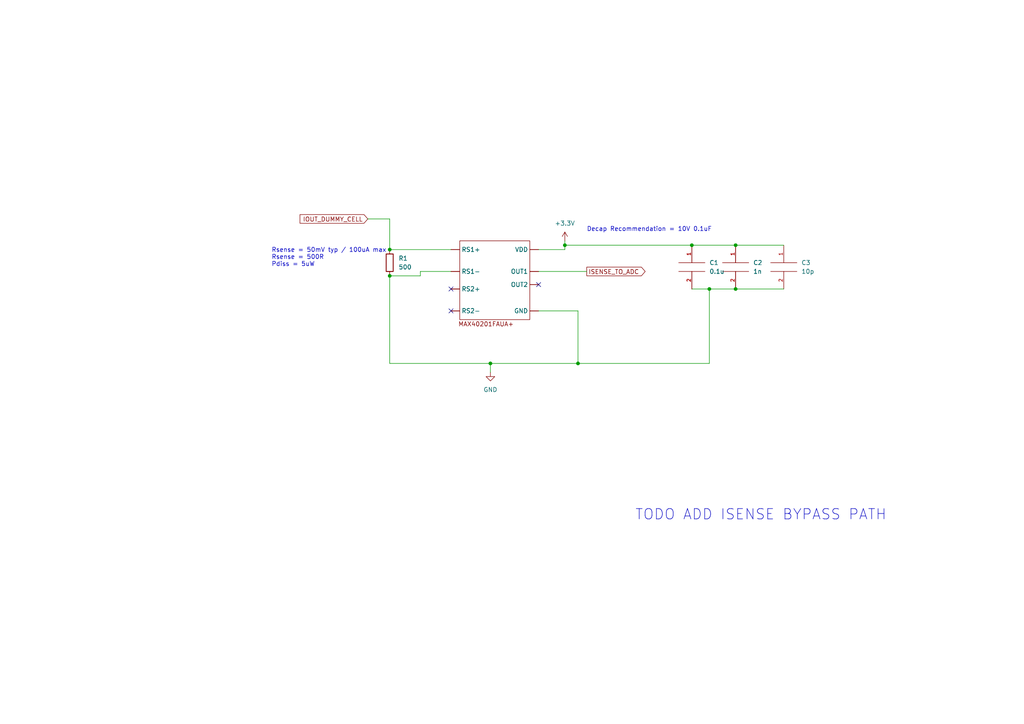
<source format=kicad_sch>
(kicad_sch (version 20211123) (generator eeschema)
  (paper "A4")
  (lib_symbols
    (symbol "Device:R" (pin_numbers hide) (pin_names (offset 0))
      (property "Reference" "R" (at 2.032 0 90))
      (property "Value" "R" (at 0 0 90))
      (symbol "R_0_1"
        (rectangle (start -1.016 -2.54) (end 1.016 2.54) (stroke (width 0.254)))
      )
      (symbol "R_1_1"
        (pin passive line (at 0 3.81 270) (length 1.27) (name "~") (number "1"))
        (pin passive line (at 0 -3.81 90) (length 1.27) (name "~") (number "2"))
      )
    )
    (symbol "ISense:MAX40201FAUA"
      (property "Reference" "U1" (at -610.235 4720.59 0))
      (property "Value" "MAX40201FAUA" (at -610.235 4718.05 0))
      (symbol "MAX40201FAUA_0_0"
        (text "MAX40201FAUA+" (at -7.62 0 0) (effects (font (size 1.27 1.27))))
      )
      (symbol "MAX40201FAUA_0_1"
        (rectangle (start -15.24 24.13) (end 5.08 1.27))
      )
      (symbol "MAX40201FAUA_1_1"
        (pin power_in line (at 7.62 3.81 180) (length 2.54) (name "GND") (number ""))
        (pin output line (at 7.62 15.24 180) (length 2.54) (name "OUT1") (number ""))
        (pin output line (at 7.62 11.43 180) (length 2.54) (name "OUT2") (number ""))
        (pin input line (at -1228.09 4716.78 0) (length 2.54) (name "RS+") (number ""))
        (pin input line (at -17.78 21.59 0) (length 2.54) (name "RS1+") (number ""))
        (pin input line (at -17.78 15.24 0) (length 2.54) (name "RS1-") (number ""))
        (pin input line (at -17.78 10.16 0) (length 2.54) (name "RS2+") (number ""))
        (pin input line (at -17.78 3.81 0) (length 2.54) (name "RS2-") (number ""))
        (pin power_in line (at 7.62 21.59 180) (length 2.54) (name "VDD") (number ""))
      )
    )
    (symbol "power:+3.3V" (power) (pin_names (offset 0))
      (property "Value" "+3.3V" (at 0 3.556 0))
      (symbol "+3.3V_0_1"
        (polyline (pts (xy -0.762 1.27) (xy 0 2.54)))
        (polyline (pts (xy 0 0) (xy 0 2.54)))
        (polyline (pts (xy 0 2.54) (xy 0.762 1.27)))
      )
      (symbol "+3.3V_1_1"
        (pin power_in line (at 0 0 90) (length 0) hide (name "+3.3V") (number "1"))
      )
    )
    (symbol "power:GND" (power) (pin_names (offset 0))
      (property "Value" "GND" (at 0 -3.81 0))
      (symbol "GND_0_1"
        (polyline (pts (xy 0 0) (xy 0 -1.27) (xy 1.27 -1.27) (xy 0 -2.54) (xy -1.27 -1.27) (xy 0 -1.27)))
      )
      (symbol "GND_1_1"
        (pin power_in line (at 0 0 270) (length 0) hide (name "GND") (number "1"))
      )
    )
    (symbol "pspice:C" (pin_names (offset 0.254))
      (property "Reference" "C" (at 2.54 3.81 90))
      (property "Value" "C" (at 2.54 -3.81 90))
      (symbol "C_0_1"
        (polyline (pts (xy -3.81 -1.27) (xy 3.81 -1.27)))
        (polyline (pts (xy -3.81 1.27) (xy 3.81 1.27)))
      )
      (symbol "C_1_1"
        (pin passive line (at 0 6.35 270) (length 5.08) (name "~") (number "1"))
        (pin passive line (at 0 -6.35 90) (length 5.08) (name "~") (number "2"))
      )
    )
  )
  (junction (at 167.64 105.41))
  (junction (at 200.66 71.12))
  (junction (at 163.83 71.12))
  (junction (at 113.03 72.39))
  (junction (at 213.36 83.82))
  (junction (at 213.36 71.12))
  (junction (at 113.03 80.01))
  (junction (at 205.74 83.82))
  (junction (at 142.24 105.41))
  (no_connect (at 130.81 90.17))
  (no_connect (at 156.21 82.55))
  (no_connect (at 130.81 83.82))
  (wire (pts (xy 163.83 71.12) (xy 163.83 72.39)))
  (wire (pts (xy 106.68 63.5) (xy 113.03 63.5)))
  (wire (pts (xy 163.83 72.39) (xy 156.21 72.39)))
  (wire (pts (xy 142.24 105.41) (xy 167.64 105.41)))
  (wire (pts (xy 213.36 83.82) (xy 227.33 83.82)))
  (wire (pts (xy 163.83 71.12) (xy 200.66 71.12)))
  (wire (pts (xy 163.83 69.85) (xy 163.83 71.12)))
  (wire (pts (xy 200.66 83.82) (xy 205.74 83.82)))
  (wire (pts (xy 121.92 80.01) (xy 113.03 80.01)))
  (wire (pts (xy 205.74 105.41) (xy 167.64 105.41)))
  (wire (pts (xy 213.36 71.12) (xy 227.33 71.12)))
  (wire (pts (xy 130.81 72.39) (xy 113.03 72.39)))
  (wire (pts (xy 167.64 105.41) (xy 167.64 90.17)))
  (wire (pts (xy 205.74 83.82) (xy 205.74 105.41)))
  (wire (pts (xy 156.21 78.74) (xy 170.18 78.74)))
  (wire (pts (xy 205.74 83.82) (xy 213.36 83.82)))
  (wire (pts (xy 200.66 71.12) (xy 213.36 71.12)))
  (wire (pts (xy 121.92 78.74) (xy 121.92 80.01)))
  (wire (pts (xy 142.24 105.41) (xy 142.24 107.95)))
  (wire (pts (xy 113.03 63.5) (xy 113.03 72.39)))
  (wire (pts (xy 113.03 105.41) (xy 142.24 105.41)))
  (wire (pts (xy 113.03 80.01) (xy 113.03 105.41)))
  (wire (pts (xy 130.81 78.74) (xy 121.92 78.74)))
  (wire (pts (xy 167.64 90.17) (xy 156.21 90.17)))
  (text "Decap Recommendation = 10V 0.1uF" (at 170.18 67.31 0) (effects (font (size 1.27 1.27)) (justify left bottom)))
  (text "Rsense = 50mV typ / 100uA max\nRsense = 500R\nPdiss = 5uW" (at 78.74 77.47 0) (effects (font (size 1.27 1.27)) (justify left bottom)))
  (text "TODO ADD ISENSE BYPASS PATH" (at 184.15 151.13 0) (effects (font (size 3 3)) (justify left bottom)))
  (global_label "IOUT_DUMMY_CELL" (shape input) (at 106.68 63.5 180) (property "Intersheet References" "${INTERSHEET_REFS}" (effects hide)))
  (global_label "ISENSE_TO_ADC" (shape output) (at 170.18 78.74 0) (property "Intersheet References" "${INTERSHEET_REFS}" (effects hide)))
  (symbol (lib_id "Device:R") (at 113.03 76.2 0) (unit 1)
    (property "Reference" "R1" (at 115.57 74.9299 0) (effects (justify left)))
    (property "Value" "500" (at 115.57 77.4699 0) (effects (justify left)))
    (property "Datasheet" "Y1629500R000T9R" (effects hide))
  )
  (symbol (lib_id "power:+3.3V") (at 163.83 69.85 0) (unit 1)
    (property "Reference" "#PWR02" (effects hide))
    (property "Value" "+3.3V" (at 163.83 64.77 0))
  )
  (symbol (lib_id "pspice:C") (at 213.36 77.47 0) (unit 1)
    (property "Reference" "C2" (at 218.44 76.1999 0) (effects (justify left)))
    (property "Value" "1n" (at 218.44 78.7399 0) (effects (justify left)))
  )
  (symbol (lib_id "power:GND") (at 142.24 107.95 0) (unit 1)
    (property "Reference" "#PWR01" (effects hide))
    (property "Value" "GND" (at 142.24 113.03 0))
  )
  (symbol (lib_id "ISense:MAX40201FAUA") (at 148.59 93.98 0) (unit 1)
    (property "Reference" "U1" (at -461.645 -4626.61 0))
    (property "Value" "MAX40201FAUA" (at -461.645 -4624.07 0))
  )
  (symbol (lib_id "pspice:C") (at 227.33 77.47 0) (unit 1)
    (property "Reference" "C3" (at 232.41 76.1999 0) (effects (justify left)))
    (property "Value" "10p" (at 232.41 78.7399 0) (effects (justify left)))
  )
  (symbol (lib_id "pspice:C") (at 200.66 77.47 0) (unit 1)
    (property "Reference" "C1" (at 205.74 76.1999 0) (effects (justify left)))
    (property "Value" "0.1u" (at 205.74 78.7399 0) (effects (justify left)))
  )
)
</source>
